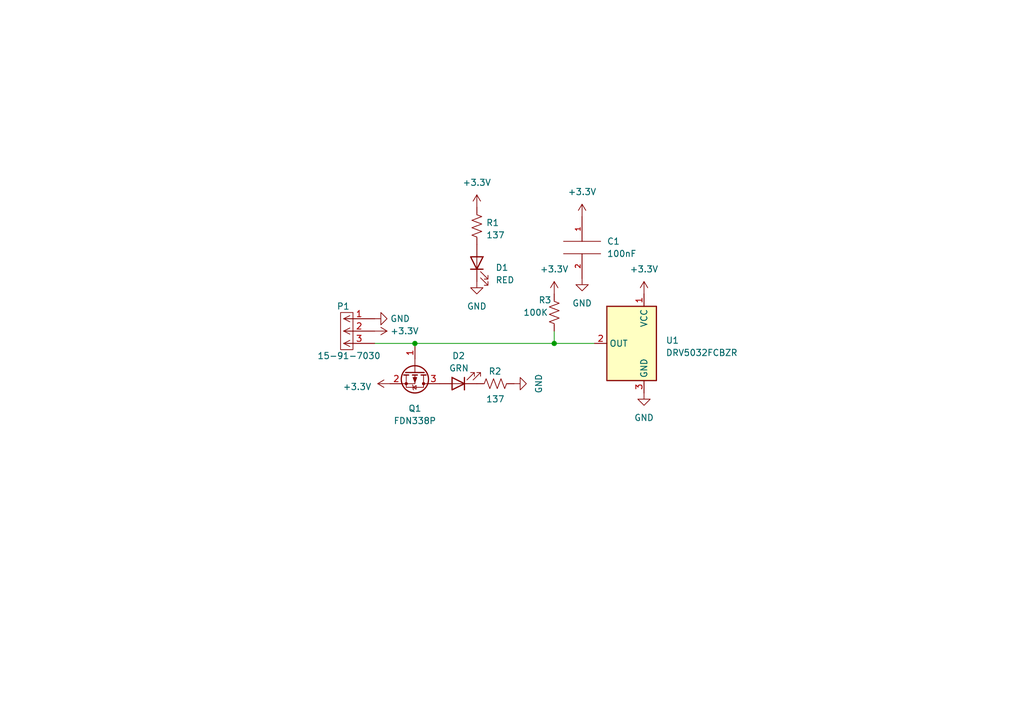
<source format=kicad_sch>
(kicad_sch (version 20230121) (generator eeschema)
  (paper "A5")
  (title_block (title "MAVproxS-Hall Effect Magnetic Proximity Sensor SMT") (date "2023-11-20") (rev "1") (company "4272 Maverick Robotics"))
  (lib_symbols
    (symbol "Device:LED" (pin_numbers hide) (pin_names (offset 1.016) hide)
      (property "Reference" "D" (at 0 2.54 0))
      (property "Value" "LED" (at 0 -2.54 0))
      (symbol "LED_0_1"
        (polyline (pts (xy -1.27 -1.27) (xy -1.27 1.27)) (stroke (width 0.254)))
        (polyline (pts (xy -1.27 0) (xy 1.27 0)))
        (polyline (pts (xy 1.27 -1.27) (xy 1.27 1.27) (xy -1.27 0) (xy 1.27 -1.27)) (stroke (width 0.254)))
        (polyline (pts (xy -3.048 -0.762) (xy -4.572 -2.286) (xy -3.81 -2.286) (xy -4.572 -2.286) (xy -4.572 -1.524)))
        (polyline (pts (xy -1.778 -0.762) (xy -3.302 -2.286) (xy -2.54 -2.286) (xy -3.302 -2.286) (xy -3.302 -1.524)))
      )
      (symbol "LED_1_1"
        (pin passive line (at -3.81 0 0) (length 2.54) (name "K") (number "1"))
        (pin passive line (at 3.81 0 180) (length 2.54) (name "A") (number "2"))
      )
    )
    (symbol "Device:R_US" (pin_numbers hide) (pin_names (offset 0))
      (property "Reference" "R" (at 2.54 0 90))
      (property "Value" "R_US" (at -2.54 0 90))
      (symbol "R_US_0_1"
        (polyline (pts (xy 0 -2.286) (xy 0 -2.54)))
        (polyline (pts (xy 0 2.286) (xy 0 2.54)))
        (polyline (pts (xy 0 -0.762) (xy 1.016 -1.143) (xy 0 -1.524) (xy -1.016 -1.905) (xy 0 -2.286)))
        (polyline (pts (xy 0 0.762) (xy 1.016 0.381) (xy 0 0) (xy -1.016 -0.381) (xy 0 -0.762)))
        (polyline (pts (xy 0 2.286) (xy 1.016 1.905) (xy 0 1.524) (xy -1.016 1.143) (xy 0 0.762)))
      )
      (symbol "R_US_1_1"
        (pin passive line (at 0 3.81 270) (length 1.27) (name "~") (number "1"))
        (pin passive line (at 0 -3.81 90) (length 1.27) (name "~") (number "2"))
      )
    )
    (symbol "Sensor_Magnetic:DRV5033FAxDBZ"
      (property "Reference" "U" (at 2.54 12.7 0))
      (property "Value" "DRV5033FAxDBZ" (at 2.54 10.16 0))
      (symbol "DRV5033FAxDBZ_1_1"
        (rectangle (start -5.08 7.62) (end 5.08 -7.62) (stroke (width 0.254)) (fill (type background)))
        (pin power_in line (at -2.54 10.16 270) (length 2.54) (name "VCC") (number "1"))
        (pin output line (at 7.62 0 180) (length 2.54) (name "OUT") (number "2"))
        (pin power_in line (at -2.54 -10.16 90) (length 2.54) (name "GND") (number "3"))
      )
    )
    (symbol "Transistor_FET:FDN340P" (pin_names hide)
      (property "Reference" "Q" (at 5.08 1.905 0))
      (property "Value" "FDN340P" (at 5.08 0 0))
      (symbol "FDN340P_0_1"
        (polyline (pts (xy 0.254 0) (xy -2.54 0)))
        (polyline (pts (xy 0.254 1.905) (xy 0.254 -1.905)) (stroke (width 0.254)))
        (polyline (pts (xy 0.762 -1.27) (xy 0.762 -2.286)) (stroke (width 0.254)))
        (polyline (pts (xy 0.762 0.508) (xy 0.762 -0.508)) (stroke (width 0.254)))
        (polyline (pts (xy 0.762 2.286) (xy 0.762 1.27)) (stroke (width 0.254)))
        (polyline (pts (xy 2.54 2.54) (xy 2.54 1.778)))
        (polyline (pts (xy 2.54 -2.54) (xy 2.54 0) (xy 0.762 0)))
        (polyline (pts (xy 0.762 1.778) (xy 3.302 1.778) (xy 3.302 -1.778) (xy 0.762 -1.778)))
        (polyline (pts (xy 2.286 0) (xy 1.27 0.381) (xy 1.27 -0.381) (xy 2.286 0)) (fill (type outline)))
        (polyline (pts (xy 2.794 -0.508) (xy 2.921 -0.381) (xy 3.683 -0.381) (xy 3.81 -0.254)))
        (polyline (pts (xy 3.302 -0.381) (xy 2.921 0.254) (xy 3.683 0.254) (xy 3.302 -0.381)))
        (circle (center 1.651 0) (radius 2.794) (stroke (width 0.254)))
        (circle (center 2.54 -1.778) (radius 0.254) (fill (type outline)))
        (circle (center 2.54 1.778) (radius 0.254) (fill (type outline)))
      )
      (symbol "FDN340P_1_1"
        (pin input line (at -5.08 0 0) (length 2.54) (name "G") (number "1"))
        (pin passive line (at 2.54 -5.08 90) (length 2.54) (name "S") (number "2"))
        (pin passive line (at 2.54 5.08 270) (length 2.54) (name "D") (number "3"))
      )
    )
    (symbol "import:15-91-7030" (pin_names (offset 0.762))
      (property "Reference" "P?" (at 3.175 5.08 0))
      (property "Value" "15-91-7030" (at -6.985 -5.08 0))
      (symbol "15-91-7030_0_0"
        (pin passive line (at -1.27 2.54 0) (length 6.35) (name "") (number "1"))
        (pin passive line (at -1.27 0 0) (length 6.35) (name "") (number "2"))
        (pin passive line (at -1.27 -2.54 0) (length 6.35) (name "") (number "3"))
      )
      (symbol "15-91-7030_0_1"
        (polyline (pts (xy 5.08 -2.54) (xy 3.81 -3.175)))
        (polyline (pts (xy 5.08 -2.54) (xy 3.81 -1.905)))
        (polyline (pts (xy 5.08 0) (xy 3.81 -0.635)))
        (polyline (pts (xy 5.08 0) (xy 3.81 0.635)))
        (polyline (pts (xy 5.08 2.54) (xy 3.81 1.905)))
        (polyline (pts (xy 5.08 2.54) (xy 3.81 3.175)))
        (polyline (pts (xy 3.175 3.81) (xy 5.715 3.81) (xy 5.715 -3.81) (xy 3.175 -3.81) (xy 3.175 3.81)) (stroke (width 0.1524)))
      )
    )
    (symbol "power:+3.3V" (power) (pin_names (offset 0))
      (property "Value" "+3.3V" (at 0 3.556 0))
      (symbol "+3.3V_0_1"
        (polyline (pts (xy -0.762 1.27) (xy 0 2.54)))
        (polyline (pts (xy 0 0) (xy 0 2.54)))
        (polyline (pts (xy 0 2.54) (xy 0.762 1.27)))
      )
      (symbol "+3.3V_1_1"
        (pin power_in line (at 0 0 90) (length 0) hide (name "+3.3V") (number "1"))
      )
    )
    (symbol "power:GND" (power) (pin_names (offset 0))
      (property "Value" "GND" (at 0 -3.81 0))
      (symbol "GND_0_1"
        (polyline (pts (xy 0 0) (xy 0 -1.27) (xy 1.27 -1.27) (xy 0 -2.54) (xy -1.27 -1.27) (xy 0 -1.27)))
      )
      (symbol "GND_1_1"
        (pin power_in line (at 0 0 270) (length 0) hide (name "GND") (number "1"))
      )
    )
    (symbol "pspice:C" (pin_names (offset 0.254))
      (property "Reference" "C" (at 2.54 3.81 90))
      (property "Value" "C" (at 2.54 -3.81 90))
      (symbol "C_0_1"
        (polyline (pts (xy -3.81 -1.27) (xy 3.81 -1.27)))
        (polyline (pts (xy -3.81 1.27) (xy 3.81 1.27)))
      )
      (symbol "C_1_1"
        (pin passive line (at 0 6.35 270) (length 5.08) (name "~") (number "1"))
        (pin passive line (at 0 -6.35 90) (length 5.08) (name "~") (number "2"))
      )
    )
  )
  (junction (at 113.665 70.485))
  (junction (at 85.09 70.485))
  (wire (pts (xy 113.665 67.945) (xy 113.665 70.485)))
  (wire (pts (xy 85.09 71.12) (xy 85.09 70.485)))
  (wire (pts (xy 121.92 70.485) (xy 113.665 70.485)))
  (wire (pts (xy 85.09 70.485) (xy 113.665 70.485)))
  (wire (pts (xy 85.09 70.485) (xy 76.835 70.485)))
  (symbol (lib_id "power:+3.3V") (at 76.835 67.945 270) (unit 1)
    (property "Reference" "#PWR0113" (effects hide))
    (property "Value" "+3.3V" (at 80.01 67.9449 90) (effects (justify left)))
  )
  (symbol (lib_id "Device:LED") (at 93.98 78.74 180) (unit 1)
    (property "Reference" "D2" (at 92.71 73.025 0) (effects (justify right)))
    (property "Value" "GRN" (at 92.075 75.565 0) (effects (justify right)))
    (property "Footprint" "LED_SMD:LED_0603_1608Metric_Pad1.05x0.95mm_HandSolder" (effects hide))
  )
  (symbol (lib_id "power:GND") (at 119.38 57.15 0) (unit 1)
    (property "Reference" "#PWR03" (effects hide))
    (property "Value" "GND" (at 119.38 62.23 0))
  )
  (symbol (lib_id "Device:R_US") (at 97.79 46.355 0) (unit 1)
    (property "Reference" "R1" (at 99.695 45.72 0) (effects (justify left)))
    (property "Value" "137" (at 99.695 48.26 0) (effects (justify left)))
    (property "Footprint" "Resistor_SMD:R_0603_1608Metric_Pad0.98x0.95mm_HandSolder" (effects hide))
  )
  (symbol (lib_id "power:GND") (at 105.41 78.74 90) (unit 1)
    (property "Reference" "#PWR06" (effects hide))
    (property "Value" "GND" (at 110.49 78.74 0))
  )
  (symbol (lib_id "power:GND") (at 132.08 80.645 0) (mirror y) (unit 1)
    (property "Reference" "#PWR01" (effects hide))
    (property "Value" "GND" (at 132.08 85.725 0))
  )
  (symbol (lib_id "Device:LED") (at 97.79 53.975 90) (unit 1)
    (property "Reference" "D1" (at 101.6 54.9275 90) (effects (justify right)))
    (property "Value" "RED" (at 101.6 57.4675 90) (effects (justify right)))
    (property "Footprint" "LED_SMD:LED_0603_1608Metric_Pad1.05x0.95mm_HandSolder" (effects hide))
  )
  (symbol (lib_id "power:GND") (at 97.79 57.785 0) (unit 1)
    (property "Reference" "#PWR0105" (effects hide))
    (property "Value" "GND" (at 97.79 62.865 0))
  )
  (symbol (lib_id "Sensor_Magnetic:DRV5033FAxDBZ") (at 129.54 70.485 0) (mirror y) (unit 1)
    (property "Reference" "U1" (at 136.525 69.85 0) (effects (justify right)))
    (property "Value" "DRV5032FCBZR" (at 136.525 72.39 0) (effects (justify right)))
    (property "Footprint" "Package_TO_SOT_SMD:SOT-23" (effects hide))
    (property "Datasheet" "https://www.ti.com/lit/ds/symlink/drv5033.pdf" (effects hide))
  )
  (symbol (lib_id "power:+3.3V") (at 132.08 60.325 0) (mirror y) (unit 1)
    (property "Reference" "#PWR02" (effects hide))
    (property "Value" "+3.3V" (at 132.08 55.245 0))
  )
  (symbol (lib_id "power:GND") (at 76.835 65.405 90) (unit 1)
    (property "Reference" "#PWR0114" (effects hide))
    (property "Value" "GND" (at 80.01 65.4049 90) (effects (justify right)))
  )
  (symbol (lib_id "power:+3.3V") (at 119.38 44.45 0) (unit 1)
    (property "Reference" "#PWR0102" (effects hide))
    (property "Value" "+3.3V" (at 119.38 39.37 0))
  )
  (symbol (lib_id "power:+3.3V") (at 113.665 60.325 0) (unit 1)
    (property "Reference" "#PWR04" (effects hide))
    (property "Value" "+3.3V" (at 113.665 55.245 0))
  )
  (symbol (lib_id "Transistor_FET:FDN340P") (at 85.09 76.2 270) (unit 1)
    (property "Reference" "Q1" (at 85.09 83.82 90))
    (property "Value" "FDN338P" (at 85.09 86.36 90))
    (property "Footprint" "Package_TO_SOT_SMD:SOT-23" (effects hide))
    (property "Datasheet" "https://www.onsemi.com/pub/Collateral/FDN340P-D.PDF" (effects hide))
  )
  (symbol (lib_id "Device:R_US") (at 113.665 64.135 180) (unit 1)
    (property "Reference" "R3" (at 111.76 61.595 0))
    (property "Value" "100K" (at 109.855 64.135 0))
    (property "Footprint" "Resistor_SMD:R_0603_1608Metric_Pad0.98x0.95mm_HandSolder" (effects hide))
  )
  (symbol (lib_id "power:+3.3V") (at 97.79 42.545 0) (unit 1)
    (property "Reference" "#PWR0107" (effects hide))
    (property "Value" "+3.3V" (at 97.79 37.465 0))
  )
  (symbol (lib_id "pspice:C") (at 119.38 50.8 0) (unit 1)
    (property "Reference" "C1" (at 124.46 49.5299 0) (effects (justify left)))
    (property "Value" "100nF" (at 124.46 52.0699 0) (effects (justify left)))
    (property "Footprint" "Capacitor_SMD:C_0603_1608Metric_Pad1.08x0.95mm_HandSolder" (effects hide))
  )
  (symbol (lib_id "import:15-91-7030") (at 75.565 67.945 0) (mirror y) (unit 1)
    (property "Reference" "P1" (at 71.755 62.865 0) (effects (justify left)))
    (property "Value" "15-91-7030" (at 78.105 73.025 0) (effects (justify left)))
    (property "Footprint" "Library Loader:705550037" (effects hide))
    (property "Datasheet" "https://componentsearchengine.com/Datasheets/1/15-91-7030.pdf" (effects hide))
    (property "Description" "2.54mm Pitch SL Wire-to-Board Header, Low Profile, Surface Mount, Single Row, Right-Angle, 3.05mm Pocket, Shrouded, with Press-fit Plastic Peg,  Circuits, Tin (Sn) Plating, Embossed Tape Packaging" (effects hide))
    (property "Height" "7.38" (effects hide))
    (property "Mouser Part Number" "538-15-91-7030" (effects hide))
    (property "Mouser Price/Stock" "https://www.mouser.com/Search/Refine.aspx?Keyword=538-15-91-7030" (effects hide))
    (property "Manufacturer_Name" "Molex" (effects hide))
    (property "Manufacturer_Part_Number" "15-91-7030" (effects hide))
  )
  (symbol (lib_id "power:+3.3V") (at 80.01 78.74 90) (unit 1)
    (property "Reference" "#PWR05" (effects hide))
    (property "Value" "+3.3V" (at 76.2 79.375 90) (effects (justify left)))
  )
  (symbol (lib_id "Device:R_US") (at 101.6 78.74 90) (unit 1)
    (property "Reference" "R2" (at 102.87 76.2 90) (effects (justify left)))
    (property "Value" "137" (at 103.505 81.915 90) (effects (justify left)))
    (property "Footprint" "Resistor_SMD:R_0603_1608Metric_Pad0.98x0.95mm_HandSolder" (effects hide))
  )
)
</source>
